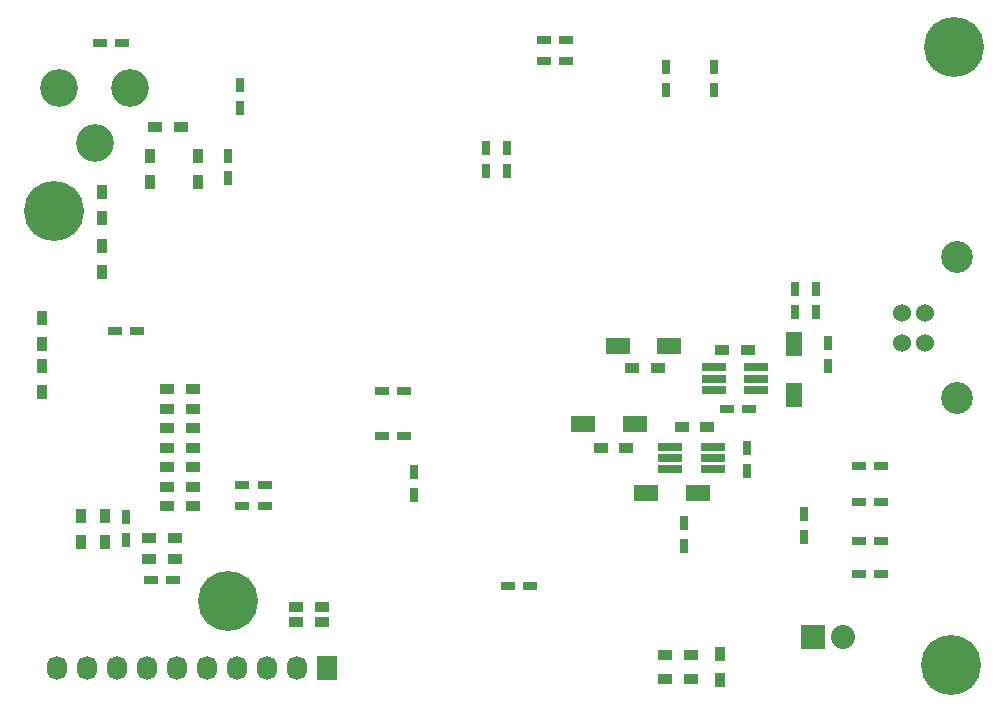
<source format=gbs>
G04 #@! TF.FileFunction,Soldermask,Bot*
%FSLAX46Y46*%
G04 Gerber Fmt 4.6, Leading zero omitted, Abs format (unit mm)*
G04 Created by KiCad (PCBNEW (2015-02-20 BZR 5437)-product) date Monday, March 16, 2015 'AMt' 09:24:06 AM*
%MOMM*%
G01*
G04 APERTURE LIST*
%ADD10C,0.100000*%
%ADD11R,1.727200X2.032000*%
%ADD12O,1.727200X2.032000*%
%ADD13C,5.080000*%
%ADD14R,1.200000X0.900000*%
%ADD15C,1.524000*%
%ADD16C,2.700020*%
%ADD17C,3.200400*%
%ADD18R,2.032000X2.032000*%
%ADD19O,2.032000X2.032000*%
%ADD20R,1.998980X0.690880*%
%ADD21R,2.000000X1.400000*%
%ADD22R,1.400000X2.000000*%
%ADD23R,0.750000X1.200000*%
%ADD24R,1.200000X0.750000*%
%ADD25R,0.900000X1.200000*%
G04 APERTURE END LIST*
D10*
D11*
X82550000Y-138049000D03*
D12*
X80010000Y-138049000D03*
X77470000Y-138049000D03*
X74930000Y-138049000D03*
X72390000Y-138049000D03*
X69850000Y-138049000D03*
X67310000Y-138049000D03*
X64770000Y-138049000D03*
X62230000Y-138049000D03*
X59690000Y-138049000D03*
D13*
X74168000Y-132334000D03*
X59436000Y-99314000D03*
D14*
X71204000Y-119380000D03*
X69004000Y-119380000D03*
X69680000Y-127000000D03*
X67480000Y-127000000D03*
D13*
X135382000Y-137795000D03*
D15*
X131191000Y-107950000D03*
X131191000Y-110490000D03*
X133189980Y-110490000D03*
X133189980Y-107950000D03*
D16*
X135890000Y-103220520D03*
X135890000Y-115219480D03*
D17*
X65890140Y-88900000D03*
X59890660Y-88900000D03*
X62890400Y-93599000D03*
D18*
X123698000Y-135382000D03*
D19*
X126238000Y-135382000D03*
D20*
X115293140Y-114487960D03*
X115293140Y-113538000D03*
X115293140Y-112588040D03*
X118894860Y-112588040D03*
X118894860Y-113538000D03*
X118894860Y-114487960D03*
X111610140Y-121218960D03*
X111610140Y-120269000D03*
X111610140Y-119319040D03*
X115211860Y-119319040D03*
X115211860Y-120269000D03*
X115211860Y-121218960D03*
D14*
X69004000Y-114427000D03*
X71204000Y-114427000D03*
D21*
X111527000Y-110744000D03*
X107167000Y-110744000D03*
D22*
X122047000Y-110596000D03*
X122047000Y-114956000D03*
D21*
X109580000Y-123190000D03*
X113940000Y-123190000D03*
X108606000Y-117348000D03*
X104246000Y-117348000D03*
D23*
X65532000Y-125288000D03*
X65532000Y-127188000D03*
D24*
X69530000Y-130556000D03*
X67630000Y-130556000D03*
X75377000Y-124333000D03*
X77277000Y-124333000D03*
X75377000Y-122555000D03*
X77277000Y-122555000D03*
X89088000Y-118364000D03*
X87188000Y-118364000D03*
X89088000Y-114554000D03*
X87188000Y-114554000D03*
D25*
X63500000Y-97706000D03*
X63500000Y-99906000D03*
X63500000Y-102278000D03*
X63500000Y-104478000D03*
D14*
X67988000Y-92202000D03*
X70188000Y-92202000D03*
X69004000Y-117729000D03*
X71204000Y-117729000D03*
X69004000Y-116078000D03*
X71204000Y-116078000D03*
D25*
X71628000Y-94658000D03*
X71628000Y-96858000D03*
X67564000Y-94658000D03*
X67564000Y-96858000D03*
D14*
X111168000Y-136906000D03*
X113368000Y-136906000D03*
X111168000Y-138938000D03*
X113368000Y-138938000D03*
D25*
X115824000Y-136822000D03*
X115824000Y-139022000D03*
D14*
X110574000Y-112649000D03*
X108374000Y-112649000D03*
X115994000Y-111125000D03*
X118194000Y-111125000D03*
X112565000Y-117602000D03*
X114765000Y-117602000D03*
X107907000Y-119380000D03*
X105707000Y-119380000D03*
D25*
X58420000Y-108374000D03*
X58420000Y-110574000D03*
X58420000Y-112438000D03*
X58420000Y-114638000D03*
X63754000Y-125138000D03*
X63754000Y-127338000D03*
D14*
X71204000Y-124333000D03*
X69004000Y-124333000D03*
X82126000Y-134112000D03*
X79926000Y-134112000D03*
X79926000Y-132842000D03*
X82126000Y-132842000D03*
D25*
X61722000Y-127338000D03*
X61722000Y-125138000D03*
D14*
X67480000Y-128778000D03*
X69680000Y-128778000D03*
X69004000Y-122682000D03*
X71204000Y-122682000D03*
X69004000Y-121031000D03*
X71204000Y-121031000D03*
D24*
X64582000Y-109474000D03*
X66482000Y-109474000D03*
X97856000Y-131064000D03*
X99756000Y-131064000D03*
D23*
X89916000Y-121478000D03*
X89916000Y-123378000D03*
D24*
X129474000Y-130048000D03*
X127574000Y-130048000D03*
D23*
X123952000Y-105984000D03*
X123952000Y-107884000D03*
D24*
X129474000Y-127254000D03*
X127574000Y-127254000D03*
X129474000Y-123952000D03*
X127574000Y-123952000D03*
X129474000Y-120904000D03*
X127574000Y-120904000D03*
X102804000Y-84836000D03*
X100904000Y-84836000D03*
D23*
X122174000Y-105984000D03*
X122174000Y-107884000D03*
X111252000Y-87188000D03*
X111252000Y-89088000D03*
X75184000Y-88712000D03*
X75184000Y-90612000D03*
X115316000Y-87188000D03*
X115316000Y-89088000D03*
X97790000Y-94046000D03*
X97790000Y-95946000D03*
D24*
X102804000Y-86614000D03*
X100904000Y-86614000D03*
X65212000Y-85090000D03*
X63312000Y-85090000D03*
D23*
X124968000Y-112456000D03*
X124968000Y-110556000D03*
D24*
X116398000Y-116078000D03*
X118298000Y-116078000D03*
D23*
X122936000Y-125034000D03*
X122936000Y-126934000D03*
X118110000Y-121346000D03*
X118110000Y-119446000D03*
X112776000Y-127696000D03*
X112776000Y-125796000D03*
D13*
X135636000Y-85471000D03*
D23*
X96012000Y-94046000D03*
X96012000Y-95946000D03*
X74168000Y-94681000D03*
X74168000Y-96581000D03*
M02*

</source>
